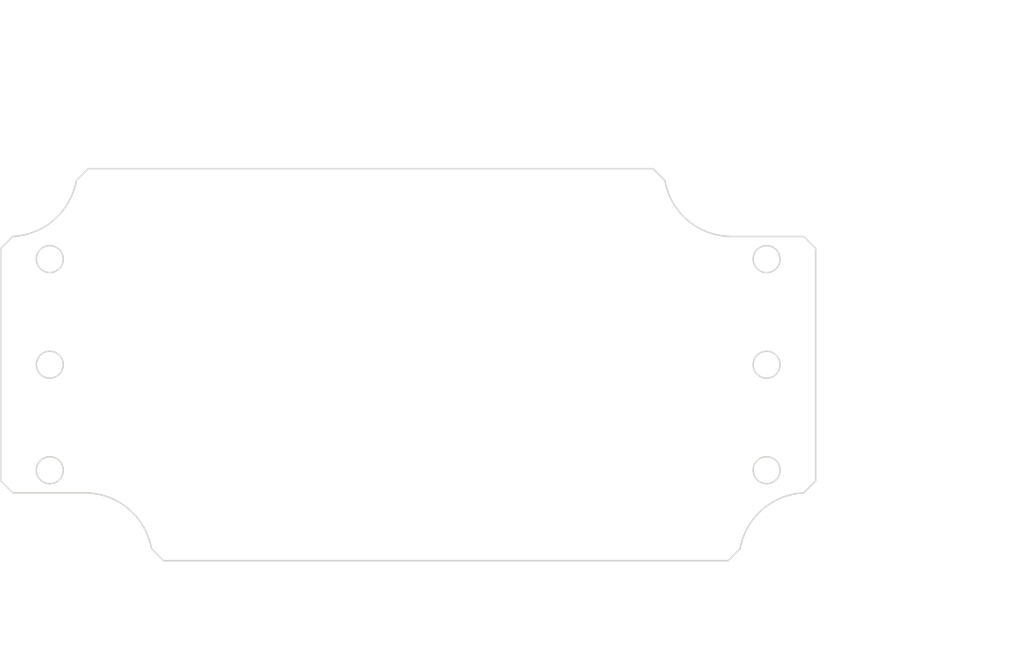
<source format=kicad_pcb>
(kicad_pcb (version 20171130) (host pcbnew "(5.1.0)-1")

  (general
    (thickness 1.6)
    (drawings 82)
    (tracks 0)
    (zones 0)
    (modules 0)
    (nets 1)
  )

  (page A4)
  (layers
    (0 F.Cu signal)
    (31 B.Cu signal)
    (32 B.Adhes user)
    (33 F.Adhes user)
    (34 B.Paste user)
    (35 F.Paste user)
    (36 B.SilkS user)
    (37 F.SilkS user)
    (38 B.Mask user)
    (39 F.Mask user)
    (40 Dwgs.User user)
    (41 Cmts.User user)
    (42 Eco1.User user)
    (43 Eco2.User user)
    (44 Edge.Cuts user)
    (45 Margin user)
    (46 B.CrtYd user)
    (47 F.CrtYd user)
    (48 B.Fab user)
    (49 F.Fab user)
  )

  (setup
    (last_trace_width 0.25)
    (trace_clearance 0.2)
    (zone_clearance 0.508)
    (zone_45_only no)
    (trace_min 0.2)
    (via_size 0.8)
    (via_drill 0.4)
    (via_min_size 0.4)
    (via_min_drill 0.3)
    (uvia_size 0.3)
    (uvia_drill 0.1)
    (uvias_allowed no)
    (uvia_min_size 0.2)
    (uvia_min_drill 0.1)
    (edge_width 0.05)
    (segment_width 0.2)
    (pcb_text_width 0.3)
    (pcb_text_size 1.5 1.5)
    (mod_edge_width 0.12)
    (mod_text_size 1 1)
    (mod_text_width 0.15)
    (pad_size 1.524 1.524)
    (pad_drill 0.762)
    (pad_to_mask_clearance 0.051)
    (solder_mask_min_width 0.25)
    (aux_axis_origin 0 0)
    (visible_elements FFFFFF7F)
    (pcbplotparams
      (layerselection 0x010fc_ffffffff)
      (usegerberextensions false)
      (usegerberattributes false)
      (usegerberadvancedattributes false)
      (creategerberjobfile false)
      (excludeedgelayer true)
      (linewidth 0.152400)
      (plotframeref false)
      (viasonmask false)
      (mode 1)
      (useauxorigin false)
      (hpglpennumber 1)
      (hpglpenspeed 20)
      (hpglpendiameter 15.000000)
      (psnegative false)
      (psa4output false)
      (plotreference true)
      (plotvalue true)
      (plotinvisibletext false)
      (padsonsilk false)
      (subtractmaskfromsilk false)
      (outputformat 1)
      (mirror false)
      (drillshape 1)
      (scaleselection 1)
      (outputdirectory ""))
  )

  (net 0 "")

  (net_class Default "This is the default net class."
    (clearance 0.2)
    (trace_width 0.25)
    (via_dia 0.8)
    (via_drill 0.4)
    (uvia_dia 0.3)
    (uvia_drill 0.1)
  )

  (gr_arc (start 97.663418 130.047294) (end 106.522303 128.459794) (angle -79.84050701) (layer Edge.Cuts) (width 0.2))
  (gr_line (start 88.127918 121.047294) (end 97.663418 121.047294) (layer Edge.Cuts) (width 0.2))
  (gr_arc (start 87.696418 78.047294) (end 88.138797 87.036416) (angle -77.02310122) (layer Edge.Cuts) (width 0.2))
  (gr_arc (start 183.417418 78.047294) (end 174.558533 79.634794) (angle -79.84050701) (layer Edge.Cuts) (width 0.2))
  (gr_line (start 192.952918 87.047294) (end 183.417418 87.047294) (layer Edge.Cuts) (width 0.2))
  (gr_arc (start 193.384418 130.047294) (end 192.942039 121.058173) (angle -77.02310122) (layer Edge.Cuts) (width 0.2))
  (gr_circle (center 188.040418 90.047294) (end 189.826355 90.047294) (layer Edge.Cuts) (width 0.2))
  (gr_circle (center 188.040418 118.047294) (end 189.826355 118.047294) (layer Edge.Cuts) (width 0.2))
  (gr_circle (center 93.040418 118.047294) (end 94.826355 118.047294) (layer Edge.Cuts) (width 0.2))
  (gr_circle (center 93.040418 104.047294) (end 94.826355 104.047294) (layer Edge.Cuts) (width 0.2))
  (gr_circle (center 93.040418 90.047294) (end 94.826355 90.047294) (layer Edge.Cuts) (width 0.2))
  (gr_circle (center 188.040418 104.047294) (end 189.826355 104.047294) (layer Edge.Cuts) (width 0.2))
  (gr_line (start 86.540418 88.634794) (end 86.540418 119.459794) (layer Edge.Cuts) (width 0.2))
  (gr_line (start 194.540418 119.459794) (end 194.540418 88.634794) (layer Edge.Cuts) (width 0.2))
  (gr_line (start 172.971033 78.047294) (end 98.142803 78.047294) (layer Edge.Cuts) (width 0.2))
  (gr_line (start 108.109803 130.047294) (end 182.938033 130.047294) (layer Edge.Cuts) (width 0.2))
  (gr_line (start 86.540418 119.459794) (end 88.127918 121.047294) (layer Edge.Cuts) (width 0.2))
  (gr_line (start 194.540418 88.634794) (end 192.952918 87.047294) (layer Edge.Cuts) (width 0.2))
  (gr_line (start 192.942039 121.058173) (end 194.540418 119.459794) (layer Edge.Cuts) (width 0.2))
  (gr_line (start 88.138797 87.036416) (end 86.540418 88.634794) (layer Edge.Cuts) (width 0.2))
  (gr_line (start 174.558533 79.634794) (end 172.971033 78.047294) (layer Edge.Cuts) (width 0.2))
  (gr_line (start 106.522303 128.459794) (end 108.109803 130.047294) (layer Edge.Cuts) (width 0.2))
  (gr_line (start 98.142803 78.047294) (end 96.555303 79.634794) (layer Edge.Cuts) (width 0.2))
  (gr_line (start 182.938033 130.047294) (end 184.525533 128.459794) (layer Edge.Cuts) (width 0.2))
  (gr_text [4.25] (at 136.801459 60.844115) (layer Dwgs.User)
    (effects (font (size 1.7 1.53) (thickness 0.2125)))
  )
  (gr_text " 108.00" (at 136.801459 57.28668) (layer Dwgs.User)
    (effects (font (size 1.7 1.53) (thickness 0.2125)))
  )
  (gr_line (start 192.540418 58.954654) (end 141.506473 58.954654) (layer Dwgs.User) (width 0.2))
  (gr_line (start 88.540418 58.954654) (end 132.096446 58.954654) (layer Dwgs.User) (width 0.2))
  (gr_line (start 194.540418 87.634794) (end 194.540418 55.779654) (layer Dwgs.User) (width 0.2))
  (gr_line (start 86.540418 87.634794) (end 86.540418 55.779654) (layer Dwgs.User) (width 0.2))
  (gr_text [3.74] (at 144.564005 66.573669) (layer Dwgs.User)
    (effects (font (size 1.7 1.53) (thickness 0.2125)))
  )
  (gr_text " 95.00" (at 144.564005 63.016234) (layer Dwgs.User)
    (effects (font (size 1.7 1.53) (thickness 0.2125)))
  )
  (gr_line (start 186.040418 64.684208) (end 148.608616 64.684208) (layer Dwgs.User) (width 0.2))
  (gr_line (start 95.040418 64.684208) (end 140.519394 64.684208) (layer Dwgs.User) (width 0.2))
  (gr_line (start 188.040418 89.047294) (end 188.040418 61.509208) (layer Dwgs.User) (width 0.2))
  (gr_line (start 93.040418 89.047294) (end 93.040418 61.509208) (layer Dwgs.User) (width 0.2))
  (gr_text [3.07] (at 135.556918 73.524255) (layer Dwgs.User)
    (effects (font (size 1.7 1.53) (thickness 0.2125)))
  )
  (gr_text " 78.00" (at 135.556918 69.96682) (layer Dwgs.User)
    (effects (font (size 1.7 1.53) (thickness 0.2125)))
  )
  (gr_line (start 172.558533 71.634794) (end 139.601529 71.634794) (layer Dwgs.User) (width 0.2))
  (gr_line (start 98.555303 71.634794) (end 131.512307 71.634794) (layer Dwgs.User) (width 0.2))
  (gr_line (start 174.558533 78.634794) (end 174.558533 68.459794) (layer Dwgs.User) (width 0.2))
  (gr_line (start 96.555303 78.634794) (end 96.555303 68.459794) (layer Dwgs.User) (width 0.2))
  (gr_text [2.05] (at 218.148061 105.936755) (layer Dwgs.User)
    (effects (font (size 1.7 1.53) (thickness 0.2125)))
  )
  (gr_text " 52.00" (at 218.148061 102.37932) (layer Dwgs.User)
    (effects (font (size 1.7 1.53) (thickness 0.2125)))
  )
  (gr_line (start 218.148061 80.047294) (end 218.148061 100.489859) (layer Dwgs.User) (width 0.2))
  (gr_line (start 218.148061 128.047294) (end 218.148061 107.60473) (layer Dwgs.User) (width 0.2))
  (gr_line (start 173.971033 78.047294) (end 221.323061 78.047294) (layer Dwgs.User) (width 0.2))
  (gr_line (start 183.938033 130.047294) (end 221.323061 130.047294) (layer Dwgs.User) (width 0.2))
  (gr_text [1.34] (at 209.389962 105.942195) (layer Dwgs.User)
    (effects (font (size 1.7 1.53) (thickness 0.2125)))
  )
  (gr_text " 34.01" (at 209.389962 102.38418) (layer Dwgs.User)
    (effects (font (size 1.7 1.53) (thickness 0.2125)))
  )
  (gr_line (start 209.389962 119.058173) (end 209.389962 107.610749) (layer Dwgs.User) (width 0.2))
  (gr_line (start 209.389962 89.047294) (end 209.389962 100.494719) (layer Dwgs.User) (width 0.2))
  (gr_line (start 193.942039 121.058173) (end 212.564962 121.058173) (layer Dwgs.User) (width 0.2))
  (gr_line (start 193.952918 87.047294) (end 212.564962 87.047294) (layer Dwgs.User) (width 0.2))
  (gr_text [1.10] (at 200.840418 105.936755) (layer Dwgs.User)
    (effects (font (size 1.7 1.53) (thickness 0.2125)))
  )
  (gr_text " 28.00" (at 200.840418 102.37932) (layer Dwgs.User)
    (effects (font (size 1.7 1.53) (thickness 0.2125)))
  )
  (gr_line (start 200.840418 116.047294) (end 200.840418 107.60473) (layer Dwgs.User) (width 0.2))
  (gr_line (start 200.840418 92.047294) (end 200.840418 100.489859) (layer Dwgs.User) (width 0.2))
  (gr_line (start 189.040418 118.047294) (end 204.015418 118.047294) (layer Dwgs.User) (width 0.2))
  (gr_line (start 189.040418 90.047294) (end 204.015418 90.047294) (layer Dwgs.User) (width 0.2))
  (gr_text [.26] (at 199.924627 74.336755) (layer Dwgs.User)
    (effects (font (size 1.7 1.53) (thickness 0.2125)))
  )
  (gr_text " 6.50" (at 199.924627 70.77932) (layer Dwgs.User)
    (effects (font (size 1.7 1.53) (thickness 0.2125)))
  )
  (gr_line (start 194.540418 72.447294) (end 196.540418 72.447294) (layer Dwgs.User) (width 0.2))
  (gr_line (start 190.040418 72.447294) (end 192.540418 72.447294) (layer Dwgs.User) (width 0.2))
  (gr_line (start 194.540418 87.634794) (end 194.540418 69.272294) (layer Dwgs.User) (width 0.2))
  (gr_line (start 188.040418 89.047294) (end 188.040418 69.272294) (layer Dwgs.User) (width 0.2))
  (gr_text [.47] (at 201.044009 141.314826) (layer Dwgs.User)
    (effects (font (size 1.7 1.53) (thickness 0.2125)))
  )
  (gr_text " 12.00" (at 201.044009 137.760869) (layer Dwgs.User)
    (effects (font (size 1.7 1.53) (thickness 0.2125)))
  )
  (gr_line (start 207.08862 139.428843) (end 205.08862 139.428843) (layer Dwgs.User) (width 0.2))
  (gr_line (start 207.08862 130.047294) (end 207.08862 139.428843) (layer Dwgs.User) (width 0.2))
  (gr_line (start 207.08862 120.047294) (end 207.08862 128.047294) (layer Dwgs.User) (width 0.2))
  (gr_line (start 189.040418 118.047294) (end 210.26362 118.047294) (layer Dwgs.User) (width 0.2))
  (gr_line (start 183.938033 130.047294) (end 210.26362 130.047294) (layer Dwgs.User) (width 0.2))
  (gr_text [R0.35] (at 113.18933 120.097773) (layer Dwgs.User)
    (effects (font (size 1.7 1.53) (thickness 0.2125)))
  )
  (gr_text " R9.00" (at 113.18933 116.540338) (layer Dwgs.User)
    (effects (font (size 1.7 1.53) (thickness 0.2125)))
  )
  (gr_line (start 106.718559 118.208312) (end 104.346208 121.31) (layer Dwgs.User) (width 0.2))
  (gr_line (start 108.718559 118.208312) (end 106.718559 118.208312) (layer Dwgs.User) (width 0.2))
  (gr_line (start 188.040418 118.137294) (end 188.040418 117.957294) (layer Dwgs.User) (width 0.2))
  (gr_line (start 187.950418 118.047294) (end 188.130418 118.047294) (layer Dwgs.User) (width 0.2))
  (gr_text " ∅3.57\n[∅0.14]" (at 168.597111 136.195174) (layer Dwgs.User)
    (effects (font (size 1.7 1.53) (thickness 0.2125)))
  )
  (gr_line (start 175.13398 136.195174) (end 185.846233 121.132562) (layer Dwgs.User) (width 0.2))
  (gr_line (start 173.13398 136.195174) (end 175.13398 136.195174) (layer Dwgs.User) (width 0.2))

)

</source>
